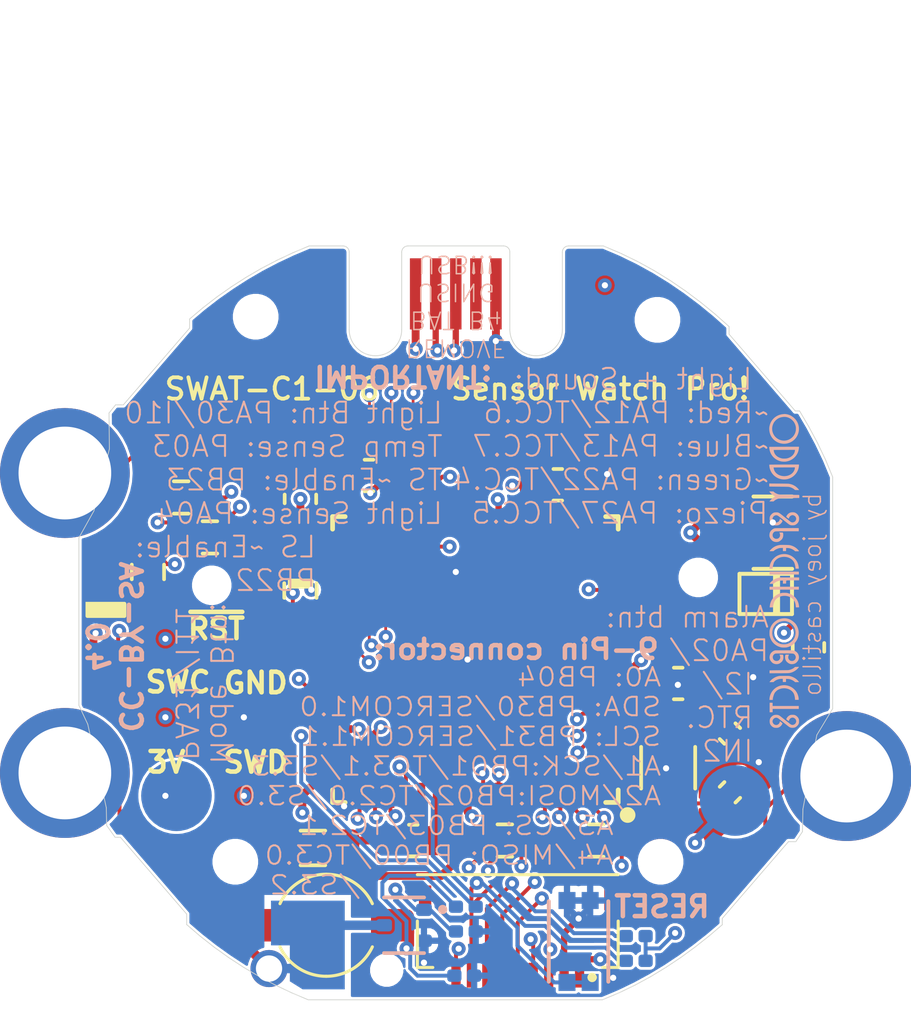
<source format=kicad_pcb>
(kicad_pcb
	(version 20240108)
	(generator "pcbnew")
	(generator_version "8.0")
	(general
		(thickness 0.61)
		(legacy_teardrops no)
	)
	(paper "A4")
	(layers
		(0 "F.Cu" signal)
		(1 "In1.Cu" signal)
		(2 "In2.Cu" signal)
		(31 "B.Cu" signal)
		(32 "B.Adhes" user "B.Adhesive")
		(33 "F.Adhes" user "F.Adhesive")
		(34 "B.Paste" user)
		(35 "F.Paste" user)
		(36 "B.SilkS" user "B.Silkscreen")
		(37 "F.SilkS" user "F.Silkscreen")
		(38 "B.Mask" user)
		(39 "F.Mask" user)
		(40 "Dwgs.User" user "User.Drawings")
		(41 "Cmts.User" user "User.Comments")
		(42 "Eco1.User" user "User.Eco1")
		(43 "Eco2.User" user "User.Eco2")
		(44 "Edge.Cuts" user)
		(45 "Margin" user)
		(46 "B.CrtYd" user "B.Courtyard")
		(47 "F.CrtYd" user "F.Courtyard")
		(48 "B.Fab" user)
		(49 "F.Fab" user)
		(50 "User.1" user)
		(51 "User.2" user)
		(52 "User.3" user)
		(53 "User.4" user)
		(54 "User.5" user)
		(55 "User.6" user)
		(56 "User.7" user)
		(57 "User.8" user)
		(58 "User.9" user)
	)
	(setup
		(stackup
			(layer "F.SilkS"
				(type "Top Silk Screen")
				(color "Black")
			)
			(layer "F.Paste"
				(type "Top Solder Paste")
			)
			(layer "F.Mask"
				(type "Top Solder Mask")
				(color "#CC660030")
				(thickness 0.01)
			)
			(layer "F.Cu"
				(type "copper")
				(thickness 0.035)
			)
			(layer "dielectric 1"
				(type "prepreg")
				(color "FR4 natural")
				(thickness 0.15)
				(material "FR4")
				(epsilon_r 4.5)
				(loss_tangent 0.02)
			)
			(layer "In1.Cu"
				(type "copper")
				(thickness 0.035)
			)
			(layer "dielectric 2"
				(type "core")
				(color "FR4 natural")
				(thickness 0.15)
				(material "FR4")
				(epsilon_r 4.5)
				(loss_tangent 0.02)
			)
			(layer "In2.Cu"
				(type "copper")
				(thickness 0.035)
			)
			(layer "dielectric 3"
				(type "prepreg")
				(color "FR4 natural")
				(thickness 0.15)
				(material "FR4")
				(epsilon_r 4.5)
				(loss_tangent 0.02)
			)
			(layer "B.Cu"
				(type "copper")
				(thickness 0.035)
			)
			(layer "B.Mask"
				(type "Bottom Solder Mask")
				(color "#CC660030")
				(thickness 0.01)
			)
			(layer "B.Paste"
				(type "Bottom Solder Paste")
			)
			(layer "B.SilkS"
				(type "Bottom Silk Screen")
				(color "Black")
			)
			(copper_finish "None")
			(dielectric_constraints no)
			(castellated_pads yes)
		)
		(pad_to_mask_clearance 0)
		(allow_soldermask_bridges_in_footprints no)
		(pcbplotparams
			(layerselection 0x00010fc_ffffffff)
			(plot_on_all_layers_selection 0x0000000_00000000)
			(disableapertmacros no)
			(usegerberextensions no)
			(usegerberattributes no)
			(usegerberadvancedattributes yes)
			(creategerberjobfile no)
			(dashed_line_dash_ratio 12.000000)
			(dashed_line_gap_ratio 3.000000)
			(svgprecision 6)
			(plotframeref no)
			(viasonmask no)
			(mode 1)
			(useauxorigin no)
			(hpglpennumber 1)
			(hpglpenspeed 20)
			(hpglpendiameter 15.000000)
			(pdf_front_fp_property_popups yes)
			(pdf_back_fp_property_popups yes)
			(dxfpolygonmode yes)
			(dxfimperialunits yes)
			(dxfusepcbnewfont yes)
			(psnegative no)
			(psa4output no)
			(plotreference yes)
			(plotvalue yes)
			(plotfptext yes)
			(plotinvisibletext no)
			(sketchpadsonfab no)
			(subtractmaskfromsilk no)
			(outputformat 1)
			(mirror no)
			(drillshape 0)
			(scaleselection 1)
			(outputdirectory "./OSO-SWAT-C1-06")
		)
	)
	(net 0 "")
	(net 1 "GND")
	(net 2 "/~{RESET}")
	(net 3 "/SWDIO_MODE")
	(net 4 "/VDDCORE")
	(net 5 "/XIN32")
	(net 6 "/XOUT32")
	(net 7 "/SWCLK_LIGHT")
	(net 8 "/VDDOUT")
	(net 9 "Net-(D2A-CR)")
	(net 10 "/USB_P")
	(net 11 "/USB_N")
	(net 12 "/BUZZER")
	(net 13 "/ALARM")
	(net 14 "/TEMPSENSE")
	(net 15 "/SEG0")
	(net 16 "/SEG1")
	(net 17 "/SEG2")
	(net 18 "/SEG3")
	(net 19 "/SEG4")
	(net 20 "/SEG5")
	(net 21 "/SEG6")
	(net 22 "/SEG7")
	(net 23 "/SEG8")
	(net 24 "/SEG9")
	(net 25 "/SEG10")
	(net 26 "/SEG11")
	(net 27 "/SEG12")
	(net 28 "/SEG13")
	(net 29 "/SEG14")
	(net 30 "/SEG15")
	(net 31 "/SEG16")
	(net 32 "/SEG17")
	(net 33 "/COM2")
	(net 34 "/COM1")
	(net 35 "VCC")
	(net 36 "/COM0")
	(net 37 "VBUS")
	(net 38 "/SEG18")
	(net 39 "/SEG19")
	(net 40 "/SEG20")
	(net 41 "+3V3")
	(net 42 "/SEG21")
	(net 43 "/SEG22")
	(net 44 "/SEG23")
	(net 45 "/A2_MOSI")
	(net 46 "/A1_SCK")
	(net 47 "/SCL")
	(net 48 "/SDA")
	(net 49 "/A0")
	(net 50 "/A4{slash}D1{slash}MISO")
	(net 51 "/A3{slash}D0{slash}CS")
	(net 52 "unconnected-(J2-PadMP1)")
	(net 53 "unconnected-(J2-PadMP2)")
	(net 54 "/~{RED}")
	(net 55 "/~{GREEN}")
	(net 56 "/~{BLUE}")
	(net 57 "/LIGHTSENSE")
	(net 58 "/~{LS_ENABLE}")
	(net 59 "Net-(D2C-CB)")
	(net 60 "/~{TS_ENABLE}")
	(net 61 "Net-(D2B-CG)")
	(net 62 "unconnected-(U$2D-ID-PadUSB_ID)")
	(net 63 "/VLCD")
	(net 64 "/BUZZER_HV")
	(footprint "Capacitor_SMD:C_0603_1608Metric" (layer "F.Cu") (at 7.146279 8.211321 90))
	(footprint "OSO-SWAT-A1-05:SOD-323F" (layer "F.Cu") (at 22.208479 11.284721))
	(footprint "Resistor_SMD:R_0603_1608Metric" (layer "F.Cu") (at 3.285479 8.164521 180))
	(footprint "Capacitor_SMD:C_0402_1005Metric" (layer "F.Cu") (at 21.05 17.7 45))
	(footprint "Capacitor_SMD:C_0603_1608Metric" (layer "F.Cu") (at 10.8 19.26))
	(footprint "OSO-SWAT-A1-05:ELT3KN" (layer "F.Cu") (at 7.98 22))
	(footprint "OSO-SWAT-A1-05:FH19C9S05SH10" (layer "F.Cu") (at 14.182079 21.114521 180))
	(footprint "Resistor_SMD:R_0603_1608Metric" (layer "F.Cu") (at 13.763479 19.260321 180))
	(footprint "Crystal:Crystal_SMD_3215-2Pin_3.2x1.5mm" (layer "F.Cu") (at 19.05 16.905621 90))
	(footprint "Capacitor_SMD:C_0402_1005Metric" (layer "F.Cu") (at 21.05 15.8 -45))
	(footprint "OSO-SWAT-A1-05:MICROBUILDER_TESTPOINT_ROUND_1.5MM" (layer "F.Cu") (at 7.349479 1.302521 180))
	(footprint "Capacitor_SMD:C_0603_1608Metric" (layer "F.Cu") (at 15.477479 7.754121))
	(footprint "OSO-SWAT-A1-05:QFN64_9X9MC_MCH" (layer "F.Cu") (at 12.810479 13.405621 180))
	(footprint "Resistor_SMD:R_0603_1608Metric" (layer "F.Cu") (at 16.722079 19.260321 180))
	(footprint "Capacitor_SMD:C_0603_1608Metric" (layer "F.Cu") (at 23.592779 13.011921 -90))
	(footprint "Capacitor_SMD:C_0603_1608Metric" (layer "F.Cu") (at 9.365479 7.454521 180))
	(footprint "OSO-SWAT-A1-05:SOT65P210X110-5N" (layer "F.Cu") (at 22.437079 9.303521))
	(footprint "OSO-SWAT-A1-05:MICROBUILDER_TESTPOINT_ROUND_1.5MM" (layer "F.Cu") (at 17.001479 1.302521))
	(footprint "OSO-SWD:OSO_SWD_2x3" (layer "F.Cu") (at 4.04548 15.27452))
	(footprint "Capacitor_SMD:C_0603_1608Metric" (layer "F.Cu") (at 19.375479 14.180321))
	(footprint "OSO-SWAT-A1-05:CASIO-F91W-OUTLINE-USB" (layer "F.Cu") (at 12.175479 12.224521))
	(footprint "Inductor_SMD:L_0805_2012Metric" (layer "F.Cu") (at 7.55 19.5 180))
	(footprint "Resistor_SMD:R_0603_1608Metric" (layer "F.Cu") (at 4.2164 9.455921 180))
	(footprint "Resistor_SMD:R_0603_1608Metric" (layer "F.Cu") (at 7.145479 11.174521 -90))
	(footprint "OSO-SWAT-A1-05:MICROBUILDER_TESTPOINT_ROUND_1.5MM" (layer "F.Cu") (at 21.065479 20.098521 180))
	(footprint "OSO-SWAT-A1-05:MICROBUILDER_TESTPOINT_ROUND_1.5MM" (layer "F.Cu") (at 3.285479 20.098521 180))
	(footprint "Resistor_SMD:R_0603_1608Metric" (layer "F.Cu") (at 2.2098 10.573521 -90))
	(footprint "OSO-SWAT-A1-05:LED_QBLP655_RGB" (layer "F.Cu") (at 0.847079 12.224521 90))
	(footprint "Resistor_SMD:R_0201_0603Metric" (layer "B.Cu") (at 18 23.15 180))
	(footprint "Resistor_SMD:R_0201_0603Metric" (layer "B.Cu") (at 12.5 21.4))
	(footprint "Resistor_SMD:R_0201_0603Metric" (layer "B.Cu") (at 12.5 22.2))
	(footprint "OSO-SWAT-A1-05:SW_EVP-BB1AAB000"
		(layer "B.Cu")
		(uuid "78b41020-d19c-4f89-a3c1-c91502db3a17")
		(at 16.15 22.524521 -90)
		(property "Reference" "RESET0"
			(at 0.0254 -2.0828 90)
			(layer "B.SilkS")
			(hide yes)
			(uuid "46df3609-e019-47b0-a518-6e768862f4e9")
			(effects
				(font
					(size 0.297416 0.297416)
					(thickness 0.074354)
				)
				(justify left mirror)
			)
		)
		(property "Value" "EVP-BB1AAB000"
			(at -2.629818 -3.005518 90)
			(layer "B.Fab")
			(hide yes)
			(uuid "8e184a26-35cf-464c-a00c-d2e5f8dca9c3")
			(effects
				(font
					(size 0.297302 0.297302)
					(thickness 0.074326)
				)
				(justify left mirror)
			)
		)
		(property "Footprint" "OSO-SWAT-A1-05:SW_EVP-BB1AAB000"
			(at 0 0 -90)
			(unlocked yes)
			(layer "F.Fab")
			(hide yes)
			(uuid "a6b6b908-05f5-4206-8a81-4497067a3605")
			(effects
				(font
					(size 1.27 1.27)
					(thickness 0.15)
				)
			)
		)
		(property "Datasheet" ""
			(at 0 0 -90)
			(unlocked yes)
			(layer "F.Fab")
			(hide yes)
			(uuid "3b94061d-793d-4548-ba4a-82540cc26f41")
			(effects
				(font
					(size 1.27 1.27)
					(thickness 0.15)
				)
			)
		)
		(property "Description" ""
			(at 0 0 -90)
			(unlocked yes)
			(layer "F.Fab")
			(hide yes)
			(uuid "2c111d47-9e2b-4859-ae3b-1949ef329e4a")
			(effects
				(font
					(size 1.27 1.27)
					(thickness 0.15)
				)
			)
		)
		(path "/c9a937a4-7cab-458f-91ae-3adbd056ab8f")
		(sheetname "Root")
		(sheetfile "OSO-SWAT-C1.kicad_sch")
		(fp_line
			(start -1.325 -0.375)
			(end -1.325 0.375)
			(stroke
				(width 0.465)
				(type solid)
			)
			(layer "B.Paste")
			(uuid "92be7185-dfc7-4d07-b9b1-ee4fed4480dd")
		)
		(fp_line
			(start 1.325 -0.375)
			(end 1.325 0.375)
			(stroke
				(width 0.465)
				(type solid)
			)
			(layer "B.Paste")
			(uuid "96e0f97f-8499-48b2-b5e9-8cd3fc2d9879")
		)
		(fp_poly
			(pts
				(xy -1.095 0.145) (xy -1.555 0.145) (xy -1.555 0.605) (xy -1.095 0.605)
			)
			(stroke
				(width 0)
				(type solid)
			)
			(fill solid)
			(layer "B.Paste")
			(uuid "4c83067a-c198-4aae-bc0a-fb9174433e38")
		)
		(fp_poly
			(pts
				(xy 1.555 0.145) (xy 1.095 0.145) (xy 1.095 0.605) (xy 1.555 0.605)
			)
			(stroke
				(width 0)
				(type solid)
			)
			(fill solid)
			(layer "B.Paste")
			(uuid "316c15e0-5be3-4ea2-b282-1ee537ff33f3")
		)
		(fp_poly
			(pts
				(xy -1.095 -0.605) (xy -1.555 -0.605) (xy -1.555 -0.145) (xy -1.095 -0.145)
			)
			(stroke
				(width 0)
				(type solid)
			)
			(fill solid)
			(layer "B.Paste")
			(uuid "667bda11-f0c2-4fb9-9366-e11bbd93995e")
		)
		(fp_poly
			(pts
				(xy 1.555 -0.605) (xy 1.095 -0.605) (xy 1.095 -0.145) (xy 1.555 -0.145)
			)
			(stroke
				(width 0)
				(type solid)
			)
			(fill solid)
			(layer "B.Paste")
			(uuid "04c89967-04a4-4eb1-a70b-21990ff102a1")
		)
		(fp_line
			(start 
... [6230596 chars truncated]
</source>
